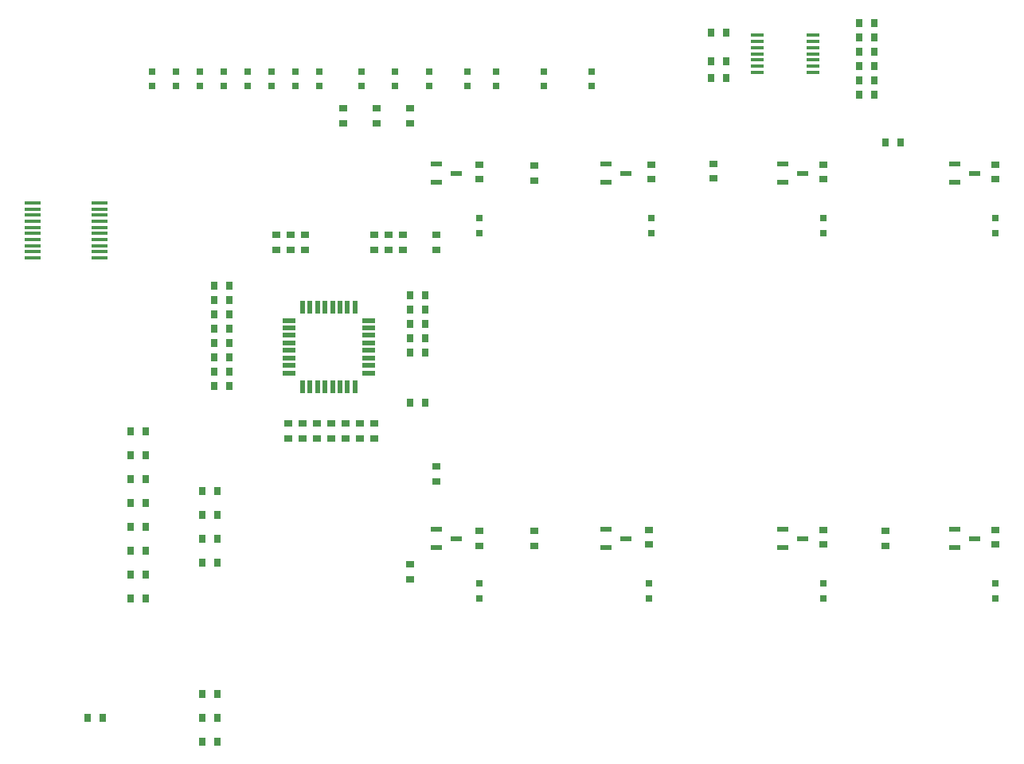
<source format=gtp>
G04*
G04 #@! TF.GenerationSoftware,Altium Limited,Altium Designer,22.3.1 (43)*
G04*
G04 Layer_Color=8421504*
%FSLAX25Y25*%
%MOIN*%
G70*
G04*
G04 #@! TF.SameCoordinates,DE08D283-0CB9-458E-8042-9F6044BD937B*
G04*
G04*
G04 #@! TF.FilePolarity,Positive*
G04*
G01*
G75*
%ADD16R,0.03740X0.03150*%
%ADD17R,0.03150X0.03740*%
%ADD18R,0.05807X0.01772*%
%ADD19R,0.07087X0.01772*%
%ADD20R,0.04921X0.02362*%
%ADD21R,0.02362X0.05807*%
%ADD22R,0.05807X0.02362*%
%ADD23R,0.03150X0.03150*%
D16*
X383000Y148150D02*
D03*
Y141850D02*
D03*
X236000Y148150D02*
D03*
Y141850D02*
D03*
X184000Y134150D02*
D03*
Y127850D02*
D03*
X195000Y168850D02*
D03*
Y175150D02*
D03*
X311000Y302000D02*
D03*
Y295701D02*
D03*
X236000Y301150D02*
D03*
Y294850D02*
D03*
X195000Y265850D02*
D03*
Y272150D02*
D03*
X429000Y295350D02*
D03*
Y301650D02*
D03*
X285000Y295350D02*
D03*
Y301650D02*
D03*
X357000Y295350D02*
D03*
Y301650D02*
D03*
X429000Y142350D02*
D03*
Y148650D02*
D03*
X284000Y142350D02*
D03*
Y148650D02*
D03*
X213000Y141850D02*
D03*
Y148150D02*
D03*
X357000Y142350D02*
D03*
Y148650D02*
D03*
X213000Y295350D02*
D03*
Y301650D02*
D03*
X156000Y318850D02*
D03*
Y325150D02*
D03*
X170000Y318850D02*
D03*
Y325150D02*
D03*
X184000Y318850D02*
D03*
Y325150D02*
D03*
X169000Y265850D02*
D03*
Y272150D02*
D03*
X140000D02*
D03*
Y265850D02*
D03*
X175000D02*
D03*
Y272150D02*
D03*
X134000D02*
D03*
Y265850D02*
D03*
X181000D02*
D03*
Y272150D02*
D03*
X128000D02*
D03*
Y265850D02*
D03*
X169000Y193150D02*
D03*
Y186850D02*
D03*
X163000Y193150D02*
D03*
Y186850D02*
D03*
X157000Y193150D02*
D03*
Y186850D02*
D03*
X151000Y193150D02*
D03*
Y186850D02*
D03*
X133000D02*
D03*
Y193150D02*
D03*
X145000Y193299D02*
D03*
Y187000D02*
D03*
X139000Y193150D02*
D03*
Y186850D02*
D03*
D17*
X389150Y311000D02*
D03*
X382850D02*
D03*
X371850Y361000D02*
D03*
X378150D02*
D03*
X309850Y357000D02*
D03*
X316150D02*
D03*
Y338000D02*
D03*
X309850D02*
D03*
Y345000D02*
D03*
X316150D02*
D03*
X371850Y331000D02*
D03*
X378150D02*
D03*
Y337000D02*
D03*
X371850D02*
D03*
Y343000D02*
D03*
X378150D02*
D03*
Y349000D02*
D03*
X371850D02*
D03*
Y355000D02*
D03*
X378150D02*
D03*
X103150Y60000D02*
D03*
X96850D02*
D03*
X73150Y190000D02*
D03*
X66850D02*
D03*
X55150Y70000D02*
D03*
X48850D02*
D03*
X103150D02*
D03*
X96850D02*
D03*
X73150Y180000D02*
D03*
X66850D02*
D03*
X103150Y80000D02*
D03*
X96850D02*
D03*
Y165000D02*
D03*
X103150D02*
D03*
X73150Y170000D02*
D03*
X66850D02*
D03*
X96850Y155000D02*
D03*
X103150D02*
D03*
X73150Y160000D02*
D03*
X66850D02*
D03*
X96850Y145000D02*
D03*
X103150D02*
D03*
X73150Y150000D02*
D03*
X66850D02*
D03*
X96850Y135000D02*
D03*
X103150D02*
D03*
X73150Y140000D02*
D03*
X66850D02*
D03*
X73150Y130000D02*
D03*
X66850D02*
D03*
X73150Y120000D02*
D03*
X66850D02*
D03*
X183850Y247000D02*
D03*
X190150D02*
D03*
X101850Y251000D02*
D03*
X108150D02*
D03*
X183850Y241000D02*
D03*
X190150D02*
D03*
X101850Y245000D02*
D03*
X108150D02*
D03*
X183850Y235000D02*
D03*
X190150D02*
D03*
X101850Y239000D02*
D03*
X108150D02*
D03*
X183850Y229000D02*
D03*
X190150D02*
D03*
X101850Y233000D02*
D03*
X108150D02*
D03*
X183850Y223000D02*
D03*
X190150D02*
D03*
X101850Y227000D02*
D03*
X108150D02*
D03*
X183850Y202000D02*
D03*
X190150D02*
D03*
X101850Y221000D02*
D03*
X108150D02*
D03*
X101850Y215000D02*
D03*
X108150D02*
D03*
X101850Y209000D02*
D03*
X108150D02*
D03*
D18*
X329433Y355677D02*
D03*
Y353118D02*
D03*
Y350559D02*
D03*
Y348000D02*
D03*
Y345441D02*
D03*
Y342882D02*
D03*
Y340323D02*
D03*
X352567D02*
D03*
Y342882D02*
D03*
Y345441D02*
D03*
Y348000D02*
D03*
Y350559D02*
D03*
Y353118D02*
D03*
Y355677D02*
D03*
D19*
X26024Y285516D02*
D03*
Y282957D02*
D03*
Y280398D02*
D03*
Y277839D02*
D03*
Y275279D02*
D03*
Y272721D02*
D03*
Y270161D02*
D03*
Y267602D02*
D03*
Y265043D02*
D03*
Y262484D02*
D03*
X53976D02*
D03*
Y265043D02*
D03*
Y267602D02*
D03*
Y270161D02*
D03*
Y272721D02*
D03*
Y275279D02*
D03*
Y277839D02*
D03*
Y280398D02*
D03*
Y282957D02*
D03*
Y285516D02*
D03*
D20*
X265866Y301760D02*
D03*
X194866D02*
D03*
Y294240D02*
D03*
X203134Y298000D02*
D03*
X265866Y294240D02*
D03*
X274134Y298000D02*
D03*
X411866Y301760D02*
D03*
Y294240D02*
D03*
X420134Y298000D02*
D03*
X339866Y301760D02*
D03*
Y294240D02*
D03*
X348134Y298000D02*
D03*
X194866Y148760D02*
D03*
Y141240D02*
D03*
X203134Y145000D02*
D03*
X265866Y148760D02*
D03*
Y141240D02*
D03*
X274134Y145000D02*
D03*
X411866Y148760D02*
D03*
Y141240D02*
D03*
X420134Y145000D02*
D03*
X339866Y148760D02*
D03*
Y141240D02*
D03*
X348134Y145000D02*
D03*
D21*
X138850Y242000D02*
D03*
X142000D02*
D03*
X145150D02*
D03*
X148299D02*
D03*
X151449D02*
D03*
X154598D02*
D03*
X157748D02*
D03*
X160898D02*
D03*
Y208630D02*
D03*
X157748D02*
D03*
X154598D02*
D03*
X151449D02*
D03*
X148299D02*
D03*
X145150D02*
D03*
X142000D02*
D03*
X138850D02*
D03*
D22*
X166559Y236339D02*
D03*
Y233189D02*
D03*
Y230039D02*
D03*
Y226890D02*
D03*
Y223740D02*
D03*
Y220590D02*
D03*
Y217441D02*
D03*
Y214291D02*
D03*
X133189D02*
D03*
Y217441D02*
D03*
Y220590D02*
D03*
Y223740D02*
D03*
Y226890D02*
D03*
Y230039D02*
D03*
Y233189D02*
D03*
Y236339D02*
D03*
D23*
X284000Y119850D02*
D03*
Y126150D02*
D03*
X285000Y279150D02*
D03*
Y272850D02*
D03*
X429000Y279150D02*
D03*
Y272850D02*
D03*
X357000Y279150D02*
D03*
Y272850D02*
D03*
X240000Y334350D02*
D03*
Y340650D02*
D03*
X260000Y334350D02*
D03*
Y340650D02*
D03*
X192000Y334350D02*
D03*
Y340650D02*
D03*
X177500Y334350D02*
D03*
Y340650D02*
D03*
X163500Y334350D02*
D03*
Y340650D02*
D03*
X76000Y334350D02*
D03*
Y340650D02*
D03*
X86000Y334350D02*
D03*
Y340650D02*
D03*
X96000Y334350D02*
D03*
Y340650D02*
D03*
X106000Y334350D02*
D03*
Y340650D02*
D03*
X116000Y334350D02*
D03*
Y340650D02*
D03*
X126000Y334350D02*
D03*
Y340650D02*
D03*
X136000Y334350D02*
D03*
Y340650D02*
D03*
X146000Y334350D02*
D03*
Y340650D02*
D03*
X208000Y334350D02*
D03*
Y340650D02*
D03*
X220000Y334350D02*
D03*
Y340650D02*
D03*
X213000Y272850D02*
D03*
Y279150D02*
D03*
X429000Y119850D02*
D03*
Y126150D02*
D03*
X213000Y119850D02*
D03*
Y126150D02*
D03*
X357000Y119850D02*
D03*
Y126150D02*
D03*
M02*

</source>
